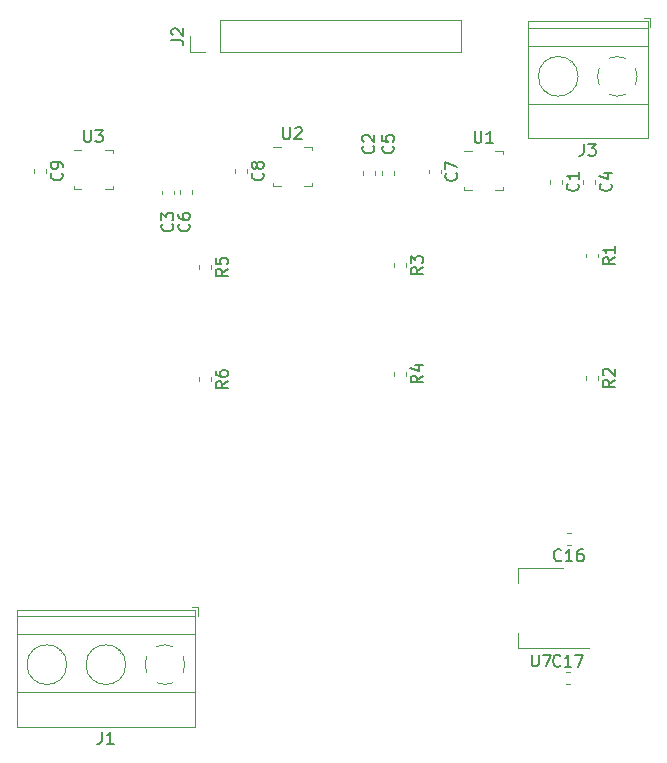
<source format=gbr>
G04 #@! TF.GenerationSoftware,KiCad,Pcbnew,(5.0.1)-3*
G04 #@! TF.CreationDate,2021-02-08T17:12:00-05:00*
G04 #@! TF.ProjectId,fpga_esc,667067615F6573632E6B696361645F70,rev?*
G04 #@! TF.SameCoordinates,Original*
G04 #@! TF.FileFunction,Legend,Top*
G04 #@! TF.FilePolarity,Positive*
%FSLAX46Y46*%
G04 Gerber Fmt 4.6, Leading zero omitted, Abs format (unit mm)*
G04 Created by KiCad (PCBNEW (5.0.1)-3) date 2021-02-08 5:12:00 PM*
%MOMM*%
%LPD*%
G01*
G04 APERTURE LIST*
%ADD10C,0.120000*%
%ADD11C,0.150000*%
G04 APERTURE END LIST*
D10*
G04 #@! TO.C,C4*
X157732000Y-52796221D02*
X157732000Y-53121779D01*
X158752000Y-52796221D02*
X158752000Y-53121779D01*
G04 #@! TO.C,C7*
X145671000Y-51932721D02*
X145671000Y-52258279D01*
X144651000Y-51932721D02*
X144651000Y-52258279D01*
G04 #@! TO.C,J3*
X159917082Y-42508844D02*
G75*
G02X160600400Y-42363600I683318J-1534756D01*
G01*
X159064974Y-44726642D02*
G75*
G02X159065400Y-43359600I1535426J683042D01*
G01*
X161283442Y-45579026D02*
G75*
G02X159916400Y-45578600I-683042J1535426D01*
G01*
X162135826Y-43360558D02*
G75*
G02X162135400Y-44727600I-1535426J-683042D01*
G01*
X160571595Y-42363347D02*
G75*
G02X161284400Y-42508600I28805J-1680253D01*
G01*
X157280400Y-44043600D02*
G75*
G03X157280400Y-44043600I-1680000J0D01*
G01*
X163160400Y-39943600D02*
X153040400Y-39943600D01*
X163160400Y-41443600D02*
X153040400Y-41443600D01*
X163160400Y-46344600D02*
X153040400Y-46344600D01*
X163160400Y-49304600D02*
X153040400Y-49304600D01*
X163160400Y-39383600D02*
X153040400Y-39383600D01*
X163160400Y-49304600D02*
X163160400Y-39383600D01*
X153040400Y-49304600D02*
X153040400Y-39383600D01*
X154325400Y-45112600D02*
X154372400Y-45066600D01*
X156634400Y-42804600D02*
X156669400Y-42769600D01*
X154530400Y-45318600D02*
X154565400Y-45282600D01*
X156827400Y-43020600D02*
X156874400Y-42974600D01*
X163400400Y-39883600D02*
X163400400Y-39143600D01*
X163400400Y-39143600D02*
X162900400Y-39143600D01*
G04 #@! TO.C,C2*
X140083000Y-52385279D02*
X140083000Y-52059721D01*
X139063000Y-52385279D02*
X139063000Y-52059721D01*
G04 #@! TO.C,J1*
X121617682Y-92318244D02*
G75*
G02X122301000Y-92173000I683318J-1534756D01*
G01*
X120765574Y-94536042D02*
G75*
G02X120766000Y-93169000I1535426J683042D01*
G01*
X122984042Y-95388426D02*
G75*
G02X121617000Y-95388000I-683042J1535426D01*
G01*
X123836426Y-93169958D02*
G75*
G02X123836000Y-94537000I-1535426J-683042D01*
G01*
X122272195Y-92172747D02*
G75*
G02X122985000Y-92318000I28805J-1680253D01*
G01*
X118981000Y-93853000D02*
G75*
G03X118981000Y-93853000I-1680000J0D01*
G01*
X113981000Y-93853000D02*
G75*
G03X113981000Y-93853000I-1680000J0D01*
G01*
X124861000Y-89753000D02*
X109741000Y-89753000D01*
X124861000Y-91253000D02*
X109741000Y-91253000D01*
X124861000Y-96154000D02*
X109741000Y-96154000D01*
X124861000Y-99114000D02*
X109741000Y-99114000D01*
X124861000Y-89193000D02*
X109741000Y-89193000D01*
X124861000Y-99114000D02*
X124861000Y-89193000D01*
X109741000Y-99114000D02*
X109741000Y-89193000D01*
X116026000Y-94922000D02*
X116073000Y-94876000D01*
X118335000Y-92614000D02*
X118370000Y-92579000D01*
X116231000Y-95128000D02*
X116266000Y-95092000D01*
X118528000Y-92830000D02*
X118575000Y-92784000D01*
X111026000Y-94922000D02*
X111073000Y-94876000D01*
X113335000Y-92614000D02*
X113370000Y-92579000D01*
X111231000Y-95128000D02*
X111266000Y-95092000D01*
X113528000Y-92830000D02*
X113575000Y-92784000D01*
X125101000Y-89693000D02*
X125101000Y-88953000D01*
X125101000Y-88953000D02*
X124601000Y-88953000D01*
G04 #@! TO.C,C1*
X155958000Y-52796221D02*
X155958000Y-53121779D01*
X154938000Y-52796221D02*
X154938000Y-53121779D01*
G04 #@! TO.C,C3*
X123065000Y-53710721D02*
X123065000Y-54036279D01*
X122045000Y-53710721D02*
X122045000Y-54036279D01*
G04 #@! TO.C,C5*
X141734000Y-52385279D02*
X141734000Y-52059721D01*
X140714000Y-52385279D02*
X140714000Y-52059721D01*
G04 #@! TO.C,C6*
X124610264Y-53682909D02*
X124610264Y-54008467D01*
X123590264Y-53682909D02*
X123590264Y-54008467D01*
G04 #@! TO.C,C8*
X128268000Y-51907221D02*
X128268000Y-52232779D01*
X129288000Y-51907221D02*
X129288000Y-52232779D01*
G04 #@! TO.C,C9*
X112270000Y-51907221D02*
X112270000Y-52232779D01*
X111250000Y-51907221D02*
X111250000Y-52232779D01*
G04 #@! TO.C,U1*
X150261000Y-53659000D02*
X150926000Y-53659000D01*
X147626000Y-50359000D02*
X148291000Y-50359000D01*
X150261000Y-50359000D02*
X150926000Y-50359000D01*
X147626000Y-53659000D02*
X148291000Y-53659000D01*
X150926000Y-50609000D02*
X150926000Y-50359000D01*
X150926000Y-53409000D02*
X150926000Y-53659000D01*
X147626000Y-53659000D02*
X147626000Y-53409000D01*
G04 #@! TO.C,U2*
X134063000Y-53355000D02*
X134728000Y-53355000D01*
X131428000Y-50055000D02*
X132093000Y-50055000D01*
X134063000Y-50055000D02*
X134728000Y-50055000D01*
X131428000Y-53355000D02*
X132093000Y-53355000D01*
X134728000Y-50305000D02*
X134728000Y-50055000D01*
X134728000Y-53105000D02*
X134728000Y-53355000D01*
X131428000Y-53355000D02*
X131428000Y-53105000D01*
G04 #@! TO.C,U3*
X114570000Y-53585000D02*
X114570000Y-53335000D01*
X117870000Y-53335000D02*
X117870000Y-53585000D01*
X117870000Y-50535000D02*
X117870000Y-50285000D01*
X114570000Y-53585000D02*
X115235000Y-53585000D01*
X117205000Y-50285000D02*
X117870000Y-50285000D01*
X114570000Y-50285000D02*
X115235000Y-50285000D01*
X117205000Y-53585000D02*
X117870000Y-53585000D01*
G04 #@! TO.C,R1*
X159006000Y-59044721D02*
X159006000Y-59370279D01*
X157986000Y-59044721D02*
X157986000Y-59370279D01*
G04 #@! TO.C,R2*
X157986000Y-69407721D02*
X157986000Y-69733279D01*
X159006000Y-69407721D02*
X159006000Y-69733279D01*
G04 #@! TO.C,R3*
X142750000Y-59882721D02*
X142750000Y-60208279D01*
X141730000Y-59882721D02*
X141730000Y-60208279D01*
G04 #@! TO.C,R4*
X141730000Y-69052221D02*
X141730000Y-69377779D01*
X142750000Y-69052221D02*
X142750000Y-69377779D01*
G04 #@! TO.C,R5*
X126240000Y-60009721D02*
X126240000Y-60335279D01*
X125220000Y-60009721D02*
X125220000Y-60335279D01*
G04 #@! TO.C,R6*
X125220000Y-69534721D02*
X125220000Y-69860279D01*
X126240000Y-69534721D02*
X126240000Y-69860279D01*
G04 #@! TO.C,J2*
X147380000Y-41970000D02*
X147380000Y-39310000D01*
X127000000Y-41970000D02*
X147380000Y-41970000D01*
X127000000Y-39310000D02*
X147380000Y-39310000D01*
X127000000Y-41970000D02*
X127000000Y-39310000D01*
X125730000Y-41970000D02*
X124400000Y-41970000D01*
X124400000Y-41970000D02*
X124400000Y-40640000D01*
G04 #@! TO.C,C16*
X156652079Y-83720400D02*
X156326521Y-83720400D01*
X156652079Y-82700400D02*
X156326521Y-82700400D01*
G04 #@! TO.C,C17*
X156250421Y-95506000D02*
X156575979Y-95506000D01*
X156250421Y-94486000D02*
X156575979Y-94486000D01*
G04 #@! TO.C,U7*
X152217200Y-85642400D02*
X152217200Y-86902400D01*
X152217200Y-92462400D02*
X152217200Y-91202400D01*
X155977200Y-85642400D02*
X152217200Y-85642400D01*
X158227200Y-92462400D02*
X152217200Y-92462400D01*
G04 #@! TO.C,C4*
D11*
X160029142Y-53125666D02*
X160076761Y-53173285D01*
X160124380Y-53316142D01*
X160124380Y-53411380D01*
X160076761Y-53554238D01*
X159981523Y-53649476D01*
X159886285Y-53697095D01*
X159695809Y-53744714D01*
X159552952Y-53744714D01*
X159362476Y-53697095D01*
X159267238Y-53649476D01*
X159172000Y-53554238D01*
X159124380Y-53411380D01*
X159124380Y-53316142D01*
X159172000Y-53173285D01*
X159219619Y-53125666D01*
X159457714Y-52268523D02*
X160124380Y-52268523D01*
X159076761Y-52506619D02*
X159791047Y-52744714D01*
X159791047Y-52125666D01*
G04 #@! TO.C,C7*
X146948142Y-52262166D02*
X146995761Y-52309785D01*
X147043380Y-52452642D01*
X147043380Y-52547880D01*
X146995761Y-52690738D01*
X146900523Y-52785976D01*
X146805285Y-52833595D01*
X146614809Y-52881214D01*
X146471952Y-52881214D01*
X146281476Y-52833595D01*
X146186238Y-52785976D01*
X146091000Y-52690738D01*
X146043380Y-52547880D01*
X146043380Y-52452642D01*
X146091000Y-52309785D01*
X146138619Y-52262166D01*
X146043380Y-51928833D02*
X146043380Y-51262166D01*
X147043380Y-51690738D01*
G04 #@! TO.C,J3*
X157767066Y-49755980D02*
X157767066Y-50470266D01*
X157719447Y-50613123D01*
X157624209Y-50708361D01*
X157481352Y-50755980D01*
X157386114Y-50755980D01*
X158148019Y-49755980D02*
X158767066Y-49755980D01*
X158433733Y-50136933D01*
X158576590Y-50136933D01*
X158671828Y-50184552D01*
X158719447Y-50232171D01*
X158767066Y-50327409D01*
X158767066Y-50565504D01*
X158719447Y-50660742D01*
X158671828Y-50708361D01*
X158576590Y-50755980D01*
X158290876Y-50755980D01*
X158195638Y-50708361D01*
X158148019Y-50660742D01*
G04 #@! TO.C,C2*
X139930142Y-49950666D02*
X139977761Y-49998285D01*
X140025380Y-50141142D01*
X140025380Y-50236380D01*
X139977761Y-50379238D01*
X139882523Y-50474476D01*
X139787285Y-50522095D01*
X139596809Y-50569714D01*
X139453952Y-50569714D01*
X139263476Y-50522095D01*
X139168238Y-50474476D01*
X139073000Y-50379238D01*
X139025380Y-50236380D01*
X139025380Y-50141142D01*
X139073000Y-49998285D01*
X139120619Y-49950666D01*
X139120619Y-49569714D02*
X139073000Y-49522095D01*
X139025380Y-49426857D01*
X139025380Y-49188761D01*
X139073000Y-49093523D01*
X139120619Y-49045904D01*
X139215857Y-48998285D01*
X139311095Y-48998285D01*
X139453952Y-49045904D01*
X140025380Y-49617333D01*
X140025380Y-48998285D01*
G04 #@! TO.C,J1*
X116967666Y-99565380D02*
X116967666Y-100279666D01*
X116920047Y-100422523D01*
X116824809Y-100517761D01*
X116681952Y-100565380D01*
X116586714Y-100565380D01*
X117967666Y-100565380D02*
X117396238Y-100565380D01*
X117681952Y-100565380D02*
X117681952Y-99565380D01*
X117586714Y-99708238D01*
X117491476Y-99803476D01*
X117396238Y-99851095D01*
G04 #@! TO.C,C1*
X157235142Y-53125666D02*
X157282761Y-53173285D01*
X157330380Y-53316142D01*
X157330380Y-53411380D01*
X157282761Y-53554238D01*
X157187523Y-53649476D01*
X157092285Y-53697095D01*
X156901809Y-53744714D01*
X156758952Y-53744714D01*
X156568476Y-53697095D01*
X156473238Y-53649476D01*
X156378000Y-53554238D01*
X156330380Y-53411380D01*
X156330380Y-53316142D01*
X156378000Y-53173285D01*
X156425619Y-53125666D01*
X157330380Y-52173285D02*
X157330380Y-52744714D01*
X157330380Y-52459000D02*
X156330380Y-52459000D01*
X156473238Y-52554238D01*
X156568476Y-52649476D01*
X156616095Y-52744714D01*
G04 #@! TO.C,C3*
X122912142Y-56554666D02*
X122959761Y-56602285D01*
X123007380Y-56745142D01*
X123007380Y-56840380D01*
X122959761Y-56983238D01*
X122864523Y-57078476D01*
X122769285Y-57126095D01*
X122578809Y-57173714D01*
X122435952Y-57173714D01*
X122245476Y-57126095D01*
X122150238Y-57078476D01*
X122055000Y-56983238D01*
X122007380Y-56840380D01*
X122007380Y-56745142D01*
X122055000Y-56602285D01*
X122102619Y-56554666D01*
X122007380Y-56221333D02*
X122007380Y-55602285D01*
X122388333Y-55935619D01*
X122388333Y-55792761D01*
X122435952Y-55697523D01*
X122483571Y-55649904D01*
X122578809Y-55602285D01*
X122816904Y-55602285D01*
X122912142Y-55649904D01*
X122959761Y-55697523D01*
X123007380Y-55792761D01*
X123007380Y-56078476D01*
X122959761Y-56173714D01*
X122912142Y-56221333D01*
G04 #@! TO.C,C5*
X141581142Y-49950666D02*
X141628761Y-49998285D01*
X141676380Y-50141142D01*
X141676380Y-50236380D01*
X141628761Y-50379238D01*
X141533523Y-50474476D01*
X141438285Y-50522095D01*
X141247809Y-50569714D01*
X141104952Y-50569714D01*
X140914476Y-50522095D01*
X140819238Y-50474476D01*
X140724000Y-50379238D01*
X140676380Y-50236380D01*
X140676380Y-50141142D01*
X140724000Y-49998285D01*
X140771619Y-49950666D01*
X140676380Y-49045904D02*
X140676380Y-49522095D01*
X141152571Y-49569714D01*
X141104952Y-49522095D01*
X141057333Y-49426857D01*
X141057333Y-49188761D01*
X141104952Y-49093523D01*
X141152571Y-49045904D01*
X141247809Y-48998285D01*
X141485904Y-48998285D01*
X141581142Y-49045904D01*
X141628761Y-49093523D01*
X141676380Y-49188761D01*
X141676380Y-49426857D01*
X141628761Y-49522095D01*
X141581142Y-49569714D01*
G04 #@! TO.C,C6*
X124330406Y-56552354D02*
X124378025Y-56599973D01*
X124425644Y-56742830D01*
X124425644Y-56838068D01*
X124378025Y-56980926D01*
X124282787Y-57076164D01*
X124187549Y-57123783D01*
X123997073Y-57171402D01*
X123854216Y-57171402D01*
X123663740Y-57123783D01*
X123568502Y-57076164D01*
X123473264Y-56980926D01*
X123425644Y-56838068D01*
X123425644Y-56742830D01*
X123473264Y-56599973D01*
X123520883Y-56552354D01*
X123425644Y-55695211D02*
X123425644Y-55885688D01*
X123473264Y-55980926D01*
X123520883Y-56028545D01*
X123663740Y-56123783D01*
X123854216Y-56171402D01*
X124235168Y-56171402D01*
X124330406Y-56123783D01*
X124378025Y-56076164D01*
X124425644Y-55980926D01*
X124425644Y-55790449D01*
X124378025Y-55695211D01*
X124330406Y-55647592D01*
X124235168Y-55599973D01*
X123997073Y-55599973D01*
X123901835Y-55647592D01*
X123854216Y-55695211D01*
X123806597Y-55790449D01*
X123806597Y-55980926D01*
X123854216Y-56076164D01*
X123901835Y-56123783D01*
X123997073Y-56171402D01*
G04 #@! TO.C,C8*
X130565142Y-52236666D02*
X130612761Y-52284285D01*
X130660380Y-52427142D01*
X130660380Y-52522380D01*
X130612761Y-52665238D01*
X130517523Y-52760476D01*
X130422285Y-52808095D01*
X130231809Y-52855714D01*
X130088952Y-52855714D01*
X129898476Y-52808095D01*
X129803238Y-52760476D01*
X129708000Y-52665238D01*
X129660380Y-52522380D01*
X129660380Y-52427142D01*
X129708000Y-52284285D01*
X129755619Y-52236666D01*
X130088952Y-51665238D02*
X130041333Y-51760476D01*
X129993714Y-51808095D01*
X129898476Y-51855714D01*
X129850857Y-51855714D01*
X129755619Y-51808095D01*
X129708000Y-51760476D01*
X129660380Y-51665238D01*
X129660380Y-51474761D01*
X129708000Y-51379523D01*
X129755619Y-51331904D01*
X129850857Y-51284285D01*
X129898476Y-51284285D01*
X129993714Y-51331904D01*
X130041333Y-51379523D01*
X130088952Y-51474761D01*
X130088952Y-51665238D01*
X130136571Y-51760476D01*
X130184190Y-51808095D01*
X130279428Y-51855714D01*
X130469904Y-51855714D01*
X130565142Y-51808095D01*
X130612761Y-51760476D01*
X130660380Y-51665238D01*
X130660380Y-51474761D01*
X130612761Y-51379523D01*
X130565142Y-51331904D01*
X130469904Y-51284285D01*
X130279428Y-51284285D01*
X130184190Y-51331904D01*
X130136571Y-51379523D01*
X130088952Y-51474761D01*
G04 #@! TO.C,C9*
X113547142Y-52236666D02*
X113594761Y-52284285D01*
X113642380Y-52427142D01*
X113642380Y-52522380D01*
X113594761Y-52665238D01*
X113499523Y-52760476D01*
X113404285Y-52808095D01*
X113213809Y-52855714D01*
X113070952Y-52855714D01*
X112880476Y-52808095D01*
X112785238Y-52760476D01*
X112690000Y-52665238D01*
X112642380Y-52522380D01*
X112642380Y-52427142D01*
X112690000Y-52284285D01*
X112737619Y-52236666D01*
X113642380Y-51760476D02*
X113642380Y-51570000D01*
X113594761Y-51474761D01*
X113547142Y-51427142D01*
X113404285Y-51331904D01*
X113213809Y-51284285D01*
X112832857Y-51284285D01*
X112737619Y-51331904D01*
X112690000Y-51379523D01*
X112642380Y-51474761D01*
X112642380Y-51665238D01*
X112690000Y-51760476D01*
X112737619Y-51808095D01*
X112832857Y-51855714D01*
X113070952Y-51855714D01*
X113166190Y-51808095D01*
X113213809Y-51760476D01*
X113261428Y-51665238D01*
X113261428Y-51474761D01*
X113213809Y-51379523D01*
X113166190Y-51331904D01*
X113070952Y-51284285D01*
G04 #@! TO.C,U1*
X148514095Y-48661380D02*
X148514095Y-49470904D01*
X148561714Y-49566142D01*
X148609333Y-49613761D01*
X148704571Y-49661380D01*
X148895047Y-49661380D01*
X148990285Y-49613761D01*
X149037904Y-49566142D01*
X149085523Y-49470904D01*
X149085523Y-48661380D01*
X150085523Y-49661380D02*
X149514095Y-49661380D01*
X149799809Y-49661380D02*
X149799809Y-48661380D01*
X149704571Y-48804238D01*
X149609333Y-48899476D01*
X149514095Y-48947095D01*
G04 #@! TO.C,U2*
X132316095Y-48357380D02*
X132316095Y-49166904D01*
X132363714Y-49262142D01*
X132411333Y-49309761D01*
X132506571Y-49357380D01*
X132697047Y-49357380D01*
X132792285Y-49309761D01*
X132839904Y-49262142D01*
X132887523Y-49166904D01*
X132887523Y-48357380D01*
X133316095Y-48452619D02*
X133363714Y-48405000D01*
X133458952Y-48357380D01*
X133697047Y-48357380D01*
X133792285Y-48405000D01*
X133839904Y-48452619D01*
X133887523Y-48547857D01*
X133887523Y-48643095D01*
X133839904Y-48785952D01*
X133268476Y-49357380D01*
X133887523Y-49357380D01*
G04 #@! TO.C,U3*
X115458095Y-48587380D02*
X115458095Y-49396904D01*
X115505714Y-49492142D01*
X115553333Y-49539761D01*
X115648571Y-49587380D01*
X115839047Y-49587380D01*
X115934285Y-49539761D01*
X115981904Y-49492142D01*
X116029523Y-49396904D01*
X116029523Y-48587380D01*
X116410476Y-48587380D02*
X117029523Y-48587380D01*
X116696190Y-48968333D01*
X116839047Y-48968333D01*
X116934285Y-49015952D01*
X116981904Y-49063571D01*
X117029523Y-49158809D01*
X117029523Y-49396904D01*
X116981904Y-49492142D01*
X116934285Y-49539761D01*
X116839047Y-49587380D01*
X116553333Y-49587380D01*
X116458095Y-49539761D01*
X116410476Y-49492142D01*
G04 #@! TO.C,R1*
X160378380Y-59374166D02*
X159902190Y-59707500D01*
X160378380Y-59945595D02*
X159378380Y-59945595D01*
X159378380Y-59564642D01*
X159426000Y-59469404D01*
X159473619Y-59421785D01*
X159568857Y-59374166D01*
X159711714Y-59374166D01*
X159806952Y-59421785D01*
X159854571Y-59469404D01*
X159902190Y-59564642D01*
X159902190Y-59945595D01*
X160378380Y-58421785D02*
X160378380Y-58993214D01*
X160378380Y-58707500D02*
X159378380Y-58707500D01*
X159521238Y-58802738D01*
X159616476Y-58897976D01*
X159664095Y-58993214D01*
G04 #@! TO.C,R2*
X160378380Y-69737166D02*
X159902190Y-70070500D01*
X160378380Y-70308595D02*
X159378380Y-70308595D01*
X159378380Y-69927642D01*
X159426000Y-69832404D01*
X159473619Y-69784785D01*
X159568857Y-69737166D01*
X159711714Y-69737166D01*
X159806952Y-69784785D01*
X159854571Y-69832404D01*
X159902190Y-69927642D01*
X159902190Y-70308595D01*
X159473619Y-69356214D02*
X159426000Y-69308595D01*
X159378380Y-69213357D01*
X159378380Y-68975261D01*
X159426000Y-68880023D01*
X159473619Y-68832404D01*
X159568857Y-68784785D01*
X159664095Y-68784785D01*
X159806952Y-68832404D01*
X160378380Y-69403833D01*
X160378380Y-68784785D01*
G04 #@! TO.C,R3*
X144122380Y-60212166D02*
X143646190Y-60545500D01*
X144122380Y-60783595D02*
X143122380Y-60783595D01*
X143122380Y-60402642D01*
X143170000Y-60307404D01*
X143217619Y-60259785D01*
X143312857Y-60212166D01*
X143455714Y-60212166D01*
X143550952Y-60259785D01*
X143598571Y-60307404D01*
X143646190Y-60402642D01*
X143646190Y-60783595D01*
X143122380Y-59878833D02*
X143122380Y-59259785D01*
X143503333Y-59593119D01*
X143503333Y-59450261D01*
X143550952Y-59355023D01*
X143598571Y-59307404D01*
X143693809Y-59259785D01*
X143931904Y-59259785D01*
X144027142Y-59307404D01*
X144074761Y-59355023D01*
X144122380Y-59450261D01*
X144122380Y-59735976D01*
X144074761Y-59831214D01*
X144027142Y-59878833D01*
G04 #@! TO.C,R4*
X144122380Y-69381666D02*
X143646190Y-69715000D01*
X144122380Y-69953095D02*
X143122380Y-69953095D01*
X143122380Y-69572142D01*
X143170000Y-69476904D01*
X143217619Y-69429285D01*
X143312857Y-69381666D01*
X143455714Y-69381666D01*
X143550952Y-69429285D01*
X143598571Y-69476904D01*
X143646190Y-69572142D01*
X143646190Y-69953095D01*
X143455714Y-68524523D02*
X144122380Y-68524523D01*
X143074761Y-68762619D02*
X143789047Y-69000714D01*
X143789047Y-68381666D01*
G04 #@! TO.C,R5*
X127612380Y-60339166D02*
X127136190Y-60672500D01*
X127612380Y-60910595D02*
X126612380Y-60910595D01*
X126612380Y-60529642D01*
X126660000Y-60434404D01*
X126707619Y-60386785D01*
X126802857Y-60339166D01*
X126945714Y-60339166D01*
X127040952Y-60386785D01*
X127088571Y-60434404D01*
X127136190Y-60529642D01*
X127136190Y-60910595D01*
X126612380Y-59434404D02*
X126612380Y-59910595D01*
X127088571Y-59958214D01*
X127040952Y-59910595D01*
X126993333Y-59815357D01*
X126993333Y-59577261D01*
X127040952Y-59482023D01*
X127088571Y-59434404D01*
X127183809Y-59386785D01*
X127421904Y-59386785D01*
X127517142Y-59434404D01*
X127564761Y-59482023D01*
X127612380Y-59577261D01*
X127612380Y-59815357D01*
X127564761Y-59910595D01*
X127517142Y-59958214D01*
G04 #@! TO.C,R6*
X127612380Y-69864166D02*
X127136190Y-70197500D01*
X127612380Y-70435595D02*
X126612380Y-70435595D01*
X126612380Y-70054642D01*
X126660000Y-69959404D01*
X126707619Y-69911785D01*
X126802857Y-69864166D01*
X126945714Y-69864166D01*
X127040952Y-69911785D01*
X127088571Y-69959404D01*
X127136190Y-70054642D01*
X127136190Y-70435595D01*
X126612380Y-69007023D02*
X126612380Y-69197500D01*
X126660000Y-69292738D01*
X126707619Y-69340357D01*
X126850476Y-69435595D01*
X127040952Y-69483214D01*
X127421904Y-69483214D01*
X127517142Y-69435595D01*
X127564761Y-69387976D01*
X127612380Y-69292738D01*
X127612380Y-69102261D01*
X127564761Y-69007023D01*
X127517142Y-68959404D01*
X127421904Y-68911785D01*
X127183809Y-68911785D01*
X127088571Y-68959404D01*
X127040952Y-69007023D01*
X126993333Y-69102261D01*
X126993333Y-69292738D01*
X127040952Y-69387976D01*
X127088571Y-69435595D01*
X127183809Y-69483214D01*
G04 #@! TO.C,J2*
X122852380Y-40973333D02*
X123566666Y-40973333D01*
X123709523Y-41020952D01*
X123804761Y-41116190D01*
X123852380Y-41259047D01*
X123852380Y-41354285D01*
X122947619Y-40544761D02*
X122900000Y-40497142D01*
X122852380Y-40401904D01*
X122852380Y-40163809D01*
X122900000Y-40068571D01*
X122947619Y-40020952D01*
X123042857Y-39973333D01*
X123138095Y-39973333D01*
X123280952Y-40020952D01*
X123852380Y-40592380D01*
X123852380Y-39973333D01*
G04 #@! TO.C,C16*
X155846442Y-84997542D02*
X155798823Y-85045161D01*
X155655966Y-85092780D01*
X155560728Y-85092780D01*
X155417871Y-85045161D01*
X155322633Y-84949923D01*
X155275014Y-84854685D01*
X155227395Y-84664209D01*
X155227395Y-84521352D01*
X155275014Y-84330876D01*
X155322633Y-84235638D01*
X155417871Y-84140400D01*
X155560728Y-84092780D01*
X155655966Y-84092780D01*
X155798823Y-84140400D01*
X155846442Y-84188019D01*
X156798823Y-85092780D02*
X156227395Y-85092780D01*
X156513109Y-85092780D02*
X156513109Y-84092780D01*
X156417871Y-84235638D01*
X156322633Y-84330876D01*
X156227395Y-84378495D01*
X157655966Y-84092780D02*
X157465490Y-84092780D01*
X157370252Y-84140400D01*
X157322633Y-84188019D01*
X157227395Y-84330876D01*
X157179776Y-84521352D01*
X157179776Y-84902304D01*
X157227395Y-84997542D01*
X157275014Y-85045161D01*
X157370252Y-85092780D01*
X157560728Y-85092780D01*
X157655966Y-85045161D01*
X157703585Y-84997542D01*
X157751204Y-84902304D01*
X157751204Y-84664209D01*
X157703585Y-84568971D01*
X157655966Y-84521352D01*
X157560728Y-84473733D01*
X157370252Y-84473733D01*
X157275014Y-84521352D01*
X157227395Y-84568971D01*
X157179776Y-84664209D01*
G04 #@! TO.C,C17*
X155770342Y-93923142D02*
X155722723Y-93970761D01*
X155579866Y-94018380D01*
X155484628Y-94018380D01*
X155341771Y-93970761D01*
X155246533Y-93875523D01*
X155198914Y-93780285D01*
X155151295Y-93589809D01*
X155151295Y-93446952D01*
X155198914Y-93256476D01*
X155246533Y-93161238D01*
X155341771Y-93066000D01*
X155484628Y-93018380D01*
X155579866Y-93018380D01*
X155722723Y-93066000D01*
X155770342Y-93113619D01*
X156722723Y-94018380D02*
X156151295Y-94018380D01*
X156437009Y-94018380D02*
X156437009Y-93018380D01*
X156341771Y-93161238D01*
X156246533Y-93256476D01*
X156151295Y-93304095D01*
X157056057Y-93018380D02*
X157722723Y-93018380D01*
X157294152Y-94018380D01*
G04 #@! TO.C,U7*
X153365295Y-93004780D02*
X153365295Y-93814304D01*
X153412914Y-93909542D01*
X153460533Y-93957161D01*
X153555771Y-94004780D01*
X153746247Y-94004780D01*
X153841485Y-93957161D01*
X153889104Y-93909542D01*
X153936723Y-93814304D01*
X153936723Y-93004780D01*
X154317676Y-93004780D02*
X154984342Y-93004780D01*
X154555771Y-94004780D01*
G04 #@! TD*
M02*

</source>
